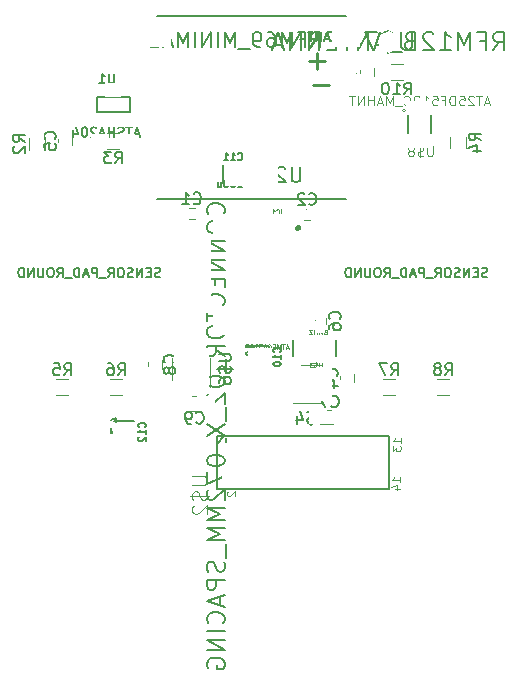
<source format=gbo>
G04 #@! TF.FileFunction,Legend,Bot*
%FSLAX46Y46*%
G04 Gerber Fmt 4.6, Leading zero omitted, Abs format (unit mm)*
G04 Created by KiCad (PCBNEW 4.0.6) date 04/01/17 23:07:48*
%MOMM*%
%LPD*%
G01*
G04 APERTURE LIST*
%ADD10C,0.100000*%
%ADD11C,0.508000*%
%ADD12C,0.120000*%
%ADD13C,0.203200*%
%ADD14C,0.127000*%
%ADD15C,0.063500*%
%ADD16C,0.025400*%
%ADD17C,0.150000*%
%ADD18C,0.101600*%
%ADD19C,0.050800*%
%ADD20C,0.076200*%
%ADD21C,0.152400*%
%ADD22C,0.279400*%
%ADD23R,1.670000X0.933400*%
%ADD24R,0.933400X1.670000*%
%ADD25R,1.000000X0.900000*%
%ADD26R,1.150000X1.600000*%
%ADD27R,0.900000X1.000000*%
%ADD28R,1.600000X1.150000*%
%ADD29R,1.997660X1.799540*%
%ADD30R,1.799540X1.997660*%
%ADD31R,1.300000X1.600000*%
%ADD32R,1.600000X1.300000*%
%ADD33C,1.705560*%
%ADD34R,1.098500X2.099260*%
%ADD35R,1.460000X1.050000*%
%ADD36R,1.050000X1.460000*%
%ADD37C,1.822400*%
%ADD38R,0.648920X1.197560*%
%ADD39R,1.398220X1.299160*%
%ADD40R,2.398980X1.670000*%
G04 APERTURE END LIST*
D10*
D11*
X152309921Y-101612000D02*
G75*
G03X152309921Y-101612000I-35921J0D01*
G01*
D12*
X143032000Y-99948000D02*
X143532000Y-99948000D01*
X143532000Y-100888000D02*
X143032000Y-100888000D01*
X152786000Y-99999000D02*
X153286000Y-99999000D01*
X153286000Y-100939000D02*
X152786000Y-100939000D01*
X157516000Y-88053600D02*
X157516000Y-88753600D01*
X158716000Y-88753600D02*
X158716000Y-88053600D01*
X155864000Y-113958000D02*
X155864000Y-114658000D01*
X157064000Y-114658000D02*
X157064000Y-113958000D01*
X131988000Y-93892000D02*
X131988000Y-94592000D01*
X133188000Y-94592000D02*
X133188000Y-93892000D01*
X154648000Y-109232000D02*
X154648000Y-109732000D01*
X153708000Y-109732000D02*
X153708000Y-109232000D01*
X155290000Y-117010000D02*
X154590000Y-117010000D01*
X154590000Y-118210000D02*
X155290000Y-118210000D01*
X140809000Y-113519000D02*
X140809000Y-112819000D01*
X139609000Y-112819000D02*
X139609000Y-113519000D01*
X143161000Y-117071000D02*
X143861000Y-117071000D01*
X143861000Y-115871000D02*
X143161000Y-115871000D01*
D13*
X149860000Y-111641000D02*
X148336000Y-111641000D01*
X145923000Y-96274000D02*
X145923000Y-97798000D01*
X138430000Y-117991000D02*
X136906000Y-117991000D01*
D12*
X130855000Y-94996000D02*
X130855000Y-93996000D01*
X129495000Y-93996000D02*
X129495000Y-94996000D01*
X137152000Y-93562000D02*
X136152000Y-93562000D01*
X136152000Y-94922000D02*
X137152000Y-94922000D01*
X165182000Y-93869000D02*
X165182000Y-94869000D01*
X166542000Y-94869000D02*
X166542000Y-93869000D01*
X131834000Y-115750000D02*
X132834000Y-115750000D01*
X132834000Y-114390000D02*
X131834000Y-114390000D01*
X136406000Y-115750000D02*
X137406000Y-115750000D01*
X137406000Y-114390000D02*
X136406000Y-114390000D01*
X159520000Y-115750000D02*
X160520000Y-115750000D01*
X160520000Y-114390000D02*
X159520000Y-114390000D01*
X164092000Y-115750000D02*
X165092000Y-115750000D01*
X165092000Y-114390000D02*
X164092000Y-114390000D01*
X161156000Y-87723600D02*
X160156000Y-87723600D01*
X160156000Y-89083600D02*
X161156000Y-89083600D01*
D14*
X145391000Y-119230000D02*
X145391000Y-123675000D01*
X145391000Y-123675000D02*
X159996000Y-123675000D01*
X159996000Y-123675000D02*
X159996000Y-119230000D01*
X159996000Y-119230000D02*
X145391000Y-119230000D01*
X146026000Y-119230000D02*
X145391000Y-119865000D01*
X145391000Y-119865000D02*
X145391000Y-119230000D01*
X145391000Y-119230000D02*
X146026000Y-119230000D01*
D13*
X155468320Y-112415700D02*
X155468320Y-111120300D01*
X151871680Y-111120300D02*
X151871680Y-112415700D01*
D12*
X152516000Y-113206000D02*
X154316000Y-113206000D01*
X154316000Y-116426000D02*
X151866000Y-116426000D01*
X141646000Y-114446000D02*
X141646000Y-112646000D01*
X144866000Y-112646000D02*
X144866000Y-115096000D01*
D14*
X161562780Y-94347200D02*
X163559220Y-94347200D01*
X163559220Y-94347200D02*
X163559220Y-91350000D01*
X163559220Y-91350000D02*
X161562780Y-91350000D01*
X161562780Y-91350000D02*
X161562780Y-94347200D01*
D15*
X161403152Y-91649720D02*
G75*
G03X161403152Y-91649720I-140092J0D01*
G01*
D13*
X135252460Y-91780740D02*
X138038840Y-91780740D01*
X138038840Y-91780740D02*
X138038840Y-90559000D01*
X138038840Y-90559000D02*
X135252460Y-90559000D01*
X135252460Y-90559000D02*
X135252460Y-91780740D01*
D14*
X140337540Y-83703540D02*
X156334460Y-83703540D01*
X156334460Y-99192460D02*
X140337540Y-99192460D01*
D16*
X150892724Y-100449648D02*
X150892724Y-100043248D01*
X150466972Y-100410943D02*
X150486324Y-100430295D01*
X150544381Y-100449648D01*
X150583086Y-100449648D01*
X150641143Y-100430295D01*
X150679848Y-100391590D01*
X150699200Y-100352886D01*
X150718552Y-100275476D01*
X150718552Y-100217419D01*
X150699200Y-100140010D01*
X150679848Y-100101305D01*
X150641143Y-100062600D01*
X150583086Y-100043248D01*
X150544381Y-100043248D01*
X150486324Y-100062600D01*
X150466972Y-100081952D01*
X150079924Y-100449648D02*
X150312152Y-100449648D01*
X150196038Y-100449648D02*
X150196038Y-100043248D01*
X150234743Y-100101305D01*
X150273448Y-100140010D01*
X150312152Y-100159362D01*
X151486600Y-111763533D02*
X151293077Y-111763533D01*
X151525305Y-111879648D02*
X151389839Y-111473248D01*
X151254372Y-111879648D01*
X151176962Y-111473248D02*
X150944734Y-111473248D01*
X151060848Y-111879648D02*
X151060848Y-111473248D01*
X150809267Y-111879648D02*
X150809267Y-111473248D01*
X150673800Y-111763533D01*
X150538334Y-111473248D01*
X150538334Y-111879648D01*
X150344810Y-111666771D02*
X150209343Y-111666771D01*
X150151286Y-111879648D02*
X150344810Y-111879648D01*
X150344810Y-111473248D01*
X150151286Y-111473248D01*
X149764239Y-111492600D02*
X149802944Y-111473248D01*
X149861001Y-111473248D01*
X149919058Y-111492600D01*
X149957763Y-111531305D01*
X149977115Y-111570010D01*
X149996467Y-111647419D01*
X149996467Y-111705476D01*
X149977115Y-111782886D01*
X149957763Y-111821590D01*
X149919058Y-111860295D01*
X149861001Y-111879648D01*
X149822296Y-111879648D01*
X149764239Y-111860295D01*
X149744887Y-111840943D01*
X149744887Y-111705476D01*
X149822296Y-111705476D01*
X149590067Y-111763533D02*
X149396544Y-111763533D01*
X149628772Y-111879648D02*
X149493306Y-111473248D01*
X149357839Y-111879648D01*
X149261077Y-111473248D02*
X149009496Y-111473248D01*
X149144963Y-111628067D01*
X149086905Y-111628067D01*
X149048201Y-111647419D01*
X149028848Y-111666771D01*
X149009496Y-111705476D01*
X149009496Y-111802238D01*
X149028848Y-111840943D01*
X149048201Y-111860295D01*
X149086905Y-111879648D01*
X149203020Y-111879648D01*
X149241724Y-111860295D01*
X149261077Y-111840943D01*
X148854676Y-111511952D02*
X148835324Y-111492600D01*
X148796619Y-111473248D01*
X148699857Y-111473248D01*
X148661153Y-111492600D01*
X148641800Y-111511952D01*
X148622448Y-111550657D01*
X148622448Y-111589362D01*
X148641800Y-111647419D01*
X148874029Y-111879648D01*
X148622448Y-111879648D01*
X148390219Y-111647419D02*
X148428924Y-111628067D01*
X148448276Y-111608714D01*
X148467628Y-111570010D01*
X148467628Y-111550657D01*
X148448276Y-111511952D01*
X148428924Y-111492600D01*
X148390219Y-111473248D01*
X148312809Y-111473248D01*
X148274105Y-111492600D01*
X148254752Y-111511952D01*
X148235400Y-111550657D01*
X148235400Y-111570010D01*
X148254752Y-111608714D01*
X148274105Y-111628067D01*
X148312809Y-111647419D01*
X148390219Y-111647419D01*
X148428924Y-111666771D01*
X148448276Y-111686124D01*
X148467628Y-111724829D01*
X148467628Y-111802238D01*
X148448276Y-111840943D01*
X148428924Y-111860295D01*
X148390219Y-111879648D01*
X148312809Y-111879648D01*
X148274105Y-111860295D01*
X148254752Y-111840943D01*
X148235400Y-111802238D01*
X148235400Y-111724829D01*
X148254752Y-111686124D01*
X148274105Y-111666771D01*
X148312809Y-111647419D01*
X148061228Y-111879648D02*
X148061228Y-111473248D01*
X147906409Y-111473248D01*
X147867704Y-111492600D01*
X147848352Y-111511952D01*
X147829000Y-111550657D01*
X147829000Y-111608714D01*
X147848352Y-111647419D01*
X147867704Y-111666771D01*
X147906409Y-111686124D01*
X148061228Y-111686124D01*
D17*
X143448666Y-99505143D02*
X143496285Y-99552762D01*
X143639142Y-99600381D01*
X143734380Y-99600381D01*
X143877238Y-99552762D01*
X143972476Y-99457524D01*
X144020095Y-99362286D01*
X144067714Y-99171810D01*
X144067714Y-99028952D01*
X144020095Y-98838476D01*
X143972476Y-98743238D01*
X143877238Y-98648000D01*
X143734380Y-98600381D01*
X143639142Y-98600381D01*
X143496285Y-98648000D01*
X143448666Y-98695619D01*
X142496285Y-99600381D02*
X143067714Y-99600381D01*
X142782000Y-99600381D02*
X142782000Y-98600381D01*
X142877238Y-98743238D01*
X142972476Y-98838476D01*
X143067714Y-98886095D01*
X153202666Y-99556143D02*
X153250285Y-99603762D01*
X153393142Y-99651381D01*
X153488380Y-99651381D01*
X153631238Y-99603762D01*
X153726476Y-99508524D01*
X153774095Y-99413286D01*
X153821714Y-99222810D01*
X153821714Y-99079952D01*
X153774095Y-98889476D01*
X153726476Y-98794238D01*
X153631238Y-98699000D01*
X153488380Y-98651381D01*
X153393142Y-98651381D01*
X153250285Y-98699000D01*
X153202666Y-98746619D01*
X152821714Y-98746619D02*
X152774095Y-98699000D01*
X152678857Y-98651381D01*
X152440761Y-98651381D01*
X152345523Y-98699000D01*
X152297904Y-98746619D01*
X152250285Y-98841857D01*
X152250285Y-98937095D01*
X152297904Y-99079952D01*
X152869333Y-99651381D01*
X152250285Y-99651381D01*
X157223143Y-88236934D02*
X157270762Y-88189315D01*
X157318381Y-88046458D01*
X157318381Y-87951220D01*
X157270762Y-87808362D01*
X157175524Y-87713124D01*
X157080286Y-87665505D01*
X156889810Y-87617886D01*
X156746952Y-87617886D01*
X156556476Y-87665505D01*
X156461238Y-87713124D01*
X156366000Y-87808362D01*
X156318381Y-87951220D01*
X156318381Y-88046458D01*
X156366000Y-88189315D01*
X156413619Y-88236934D01*
X156318381Y-88570267D02*
X156318381Y-89189315D01*
X156699333Y-88855981D01*
X156699333Y-88998839D01*
X156746952Y-89094077D01*
X156794571Y-89141696D01*
X156889810Y-89189315D01*
X157127905Y-89189315D01*
X157223143Y-89141696D01*
X157270762Y-89094077D01*
X157318381Y-88998839D01*
X157318381Y-88713124D01*
X157270762Y-88617886D01*
X157223143Y-88570267D01*
X155571143Y-114141334D02*
X155618762Y-114093715D01*
X155666381Y-113950858D01*
X155666381Y-113855620D01*
X155618762Y-113712762D01*
X155523524Y-113617524D01*
X155428286Y-113569905D01*
X155237810Y-113522286D01*
X155094952Y-113522286D01*
X154904476Y-113569905D01*
X154809238Y-113617524D01*
X154714000Y-113712762D01*
X154666381Y-113855620D01*
X154666381Y-113950858D01*
X154714000Y-114093715D01*
X154761619Y-114141334D01*
X154999714Y-114998477D02*
X155666381Y-114998477D01*
X154618762Y-114760381D02*
X155333048Y-114522286D01*
X155333048Y-115141334D01*
X131695143Y-94075334D02*
X131742762Y-94027715D01*
X131790381Y-93884858D01*
X131790381Y-93789620D01*
X131742762Y-93646762D01*
X131647524Y-93551524D01*
X131552286Y-93503905D01*
X131361810Y-93456286D01*
X131218952Y-93456286D01*
X131028476Y-93503905D01*
X130933238Y-93551524D01*
X130838000Y-93646762D01*
X130790381Y-93789620D01*
X130790381Y-93884858D01*
X130838000Y-94027715D01*
X130885619Y-94075334D01*
X130790381Y-94980096D02*
X130790381Y-94503905D01*
X131266571Y-94456286D01*
X131218952Y-94503905D01*
X131171333Y-94599143D01*
X131171333Y-94837239D01*
X131218952Y-94932477D01*
X131266571Y-94980096D01*
X131361810Y-95027715D01*
X131599905Y-95027715D01*
X131695143Y-94980096D01*
X131742762Y-94932477D01*
X131790381Y-94837239D01*
X131790381Y-94599143D01*
X131742762Y-94503905D01*
X131695143Y-94456286D01*
X155805143Y-109315334D02*
X155852762Y-109267715D01*
X155900381Y-109124858D01*
X155900381Y-109029620D01*
X155852762Y-108886762D01*
X155757524Y-108791524D01*
X155662286Y-108743905D01*
X155471810Y-108696286D01*
X155328952Y-108696286D01*
X155138476Y-108743905D01*
X155043238Y-108791524D01*
X154948000Y-108886762D01*
X154900381Y-109029620D01*
X154900381Y-109124858D01*
X154948000Y-109267715D01*
X154995619Y-109315334D01*
X154900381Y-110172477D02*
X154900381Y-109982000D01*
X154948000Y-109886762D01*
X154995619Y-109839143D01*
X155138476Y-109743905D01*
X155328952Y-109696286D01*
X155709905Y-109696286D01*
X155805143Y-109743905D01*
X155852762Y-109791524D01*
X155900381Y-109886762D01*
X155900381Y-110077239D01*
X155852762Y-110172477D01*
X155805143Y-110220096D01*
X155709905Y-110267715D01*
X155471810Y-110267715D01*
X155376571Y-110220096D01*
X155328952Y-110172477D01*
X155281333Y-110077239D01*
X155281333Y-109886762D01*
X155328952Y-109791524D01*
X155376571Y-109743905D01*
X155471810Y-109696286D01*
X155106666Y-116717143D02*
X155154285Y-116764762D01*
X155297142Y-116812381D01*
X155392380Y-116812381D01*
X155535238Y-116764762D01*
X155630476Y-116669524D01*
X155678095Y-116574286D01*
X155725714Y-116383810D01*
X155725714Y-116240952D01*
X155678095Y-116050476D01*
X155630476Y-115955238D01*
X155535238Y-115860000D01*
X155392380Y-115812381D01*
X155297142Y-115812381D01*
X155154285Y-115860000D01*
X155106666Y-115907619D01*
X154773333Y-115812381D02*
X154106666Y-115812381D01*
X154535238Y-116812381D01*
X141816143Y-113002334D02*
X141863762Y-112954715D01*
X141911381Y-112811858D01*
X141911381Y-112716620D01*
X141863762Y-112573762D01*
X141768524Y-112478524D01*
X141673286Y-112430905D01*
X141482810Y-112383286D01*
X141339952Y-112383286D01*
X141149476Y-112430905D01*
X141054238Y-112478524D01*
X140959000Y-112573762D01*
X140911381Y-112716620D01*
X140911381Y-112811858D01*
X140959000Y-112954715D01*
X141006619Y-113002334D01*
X141339952Y-113573762D02*
X141292333Y-113478524D01*
X141244714Y-113430905D01*
X141149476Y-113383286D01*
X141101857Y-113383286D01*
X141006619Y-113430905D01*
X140959000Y-113478524D01*
X140911381Y-113573762D01*
X140911381Y-113764239D01*
X140959000Y-113859477D01*
X141006619Y-113907096D01*
X141101857Y-113954715D01*
X141149476Y-113954715D01*
X141244714Y-113907096D01*
X141292333Y-113859477D01*
X141339952Y-113764239D01*
X141339952Y-113573762D01*
X141387571Y-113478524D01*
X141435190Y-113430905D01*
X141530429Y-113383286D01*
X141720905Y-113383286D01*
X141816143Y-113430905D01*
X141863762Y-113478524D01*
X141911381Y-113573762D01*
X141911381Y-113764239D01*
X141863762Y-113859477D01*
X141816143Y-113907096D01*
X141720905Y-113954715D01*
X141530429Y-113954715D01*
X141435190Y-113907096D01*
X141387571Y-113859477D01*
X141339952Y-113764239D01*
X143677666Y-118078143D02*
X143725285Y-118125762D01*
X143868142Y-118173381D01*
X143963380Y-118173381D01*
X144106238Y-118125762D01*
X144201476Y-118030524D01*
X144249095Y-117935286D01*
X144296714Y-117744810D01*
X144296714Y-117601952D01*
X144249095Y-117411476D01*
X144201476Y-117316238D01*
X144106238Y-117221000D01*
X143963380Y-117173381D01*
X143868142Y-117173381D01*
X143725285Y-117221000D01*
X143677666Y-117268619D01*
X143201476Y-118173381D02*
X143011000Y-118173381D01*
X142915761Y-118125762D01*
X142868142Y-118078143D01*
X142772904Y-117935286D01*
X142725285Y-117744810D01*
X142725285Y-117363857D01*
X142772904Y-117268619D01*
X142820523Y-117221000D01*
X142915761Y-117173381D01*
X143106238Y-117173381D01*
X143201476Y-117221000D01*
X143249095Y-117268619D01*
X143296714Y-117363857D01*
X143296714Y-117601952D01*
X143249095Y-117697190D01*
X143201476Y-117744810D01*
X143106238Y-117792429D01*
X142915761Y-117792429D01*
X142820523Y-117744810D01*
X142772904Y-117697190D01*
X142725285Y-117601952D01*
D14*
X150763514Y-112138115D02*
X150792543Y-112109086D01*
X150821571Y-112022000D01*
X150821571Y-111963943D01*
X150792543Y-111876858D01*
X150734486Y-111818800D01*
X150676429Y-111789772D01*
X150560314Y-111760743D01*
X150473229Y-111760743D01*
X150357114Y-111789772D01*
X150299057Y-111818800D01*
X150241000Y-111876858D01*
X150211971Y-111963943D01*
X150211971Y-112022000D01*
X150241000Y-112109086D01*
X150270029Y-112138115D01*
X150821571Y-112718686D02*
X150821571Y-112370343D01*
X150821571Y-112544515D02*
X150211971Y-112544515D01*
X150299057Y-112486458D01*
X150357114Y-112428400D01*
X150386143Y-112370343D01*
X150211971Y-113096057D02*
X150211971Y-113154114D01*
X150241000Y-113212171D01*
X150270029Y-113241200D01*
X150328086Y-113270229D01*
X150444200Y-113299257D01*
X150589343Y-113299257D01*
X150705457Y-113270229D01*
X150763514Y-113241200D01*
X150792543Y-113212171D01*
X150821571Y-113154114D01*
X150821571Y-113096057D01*
X150792543Y-113038000D01*
X150763514Y-113008971D01*
X150705457Y-112979943D01*
X150589343Y-112950914D01*
X150444200Y-112950914D01*
X150328086Y-112979943D01*
X150270029Y-113008971D01*
X150241000Y-113038000D01*
X150211971Y-113096057D01*
X148535571Y-111833315D02*
X148535571Y-111484972D01*
X148535571Y-111659144D02*
X147925971Y-111659144D01*
X148013057Y-111601087D01*
X148071114Y-111543029D01*
X148100143Y-111484972D01*
X147925971Y-112210686D02*
X147925971Y-112268743D01*
X147955000Y-112326800D01*
X147984029Y-112355829D01*
X148042086Y-112384858D01*
X148158200Y-112413886D01*
X148303343Y-112413886D01*
X148419457Y-112384858D01*
X148477514Y-112355829D01*
X148506543Y-112326800D01*
X148535571Y-112268743D01*
X148535571Y-112210686D01*
X148506543Y-112152629D01*
X148477514Y-112123600D01*
X148419457Y-112094572D01*
X148303343Y-112065543D01*
X148158200Y-112065543D01*
X148042086Y-112094572D01*
X147984029Y-112123600D01*
X147955000Y-112152629D01*
X147925971Y-112210686D01*
X148129171Y-112936400D02*
X148535571Y-112936400D01*
X148129171Y-112675143D02*
X148448486Y-112675143D01*
X148506543Y-112704171D01*
X148535571Y-112762229D01*
X148535571Y-112849314D01*
X148506543Y-112907371D01*
X148477514Y-112936400D01*
X147203885Y-95805914D02*
X147232914Y-95834943D01*
X147320000Y-95863971D01*
X147378057Y-95863971D01*
X147465142Y-95834943D01*
X147523200Y-95776886D01*
X147552228Y-95718829D01*
X147581257Y-95602714D01*
X147581257Y-95515629D01*
X147552228Y-95399514D01*
X147523200Y-95341457D01*
X147465142Y-95283400D01*
X147378057Y-95254371D01*
X147320000Y-95254371D01*
X147232914Y-95283400D01*
X147203885Y-95312429D01*
X146623314Y-95863971D02*
X146971657Y-95863971D01*
X146797485Y-95863971D02*
X146797485Y-95254371D01*
X146855542Y-95341457D01*
X146913600Y-95399514D01*
X146971657Y-95428543D01*
X146042743Y-95863971D02*
X146391086Y-95863971D01*
X146216914Y-95863971D02*
X146216914Y-95254371D01*
X146274971Y-95341457D01*
X146333029Y-95399514D01*
X146391086Y-95428543D01*
X147189371Y-98149971D02*
X147537714Y-98149971D01*
X147363542Y-98149971D02*
X147363542Y-97540371D01*
X147421599Y-97627457D01*
X147479657Y-97685514D01*
X147537714Y-97714543D01*
X146812000Y-97540371D02*
X146753943Y-97540371D01*
X146695886Y-97569400D01*
X146666857Y-97598429D01*
X146637828Y-97656486D01*
X146608800Y-97772600D01*
X146608800Y-97917743D01*
X146637828Y-98033857D01*
X146666857Y-98091914D01*
X146695886Y-98120943D01*
X146753943Y-98149971D01*
X146812000Y-98149971D01*
X146870057Y-98120943D01*
X146899086Y-98091914D01*
X146928114Y-98033857D01*
X146957143Y-97917743D01*
X146957143Y-97772600D01*
X146928114Y-97656486D01*
X146899086Y-97598429D01*
X146870057Y-97569400D01*
X146812000Y-97540371D01*
X146231429Y-97540371D02*
X146173372Y-97540371D01*
X146115315Y-97569400D01*
X146086286Y-97598429D01*
X146057257Y-97656486D01*
X146028229Y-97772600D01*
X146028229Y-97917743D01*
X146057257Y-98033857D01*
X146086286Y-98091914D01*
X146115315Y-98120943D01*
X146173372Y-98149971D01*
X146231429Y-98149971D01*
X146289486Y-98120943D01*
X146318515Y-98091914D01*
X146347543Y-98033857D01*
X146376572Y-97917743D01*
X146376572Y-97772600D01*
X146347543Y-97656486D01*
X146318515Y-97598429D01*
X146289486Y-97569400D01*
X146231429Y-97540371D01*
X145505715Y-97743571D02*
X145505715Y-98149971D01*
X145766972Y-97743571D02*
X145766972Y-98062886D01*
X145737944Y-98120943D01*
X145679886Y-98149971D01*
X145592801Y-98149971D01*
X145534744Y-98120943D01*
X145505715Y-98091914D01*
X139333514Y-118488115D02*
X139362543Y-118459086D01*
X139391571Y-118372000D01*
X139391571Y-118313943D01*
X139362543Y-118226858D01*
X139304486Y-118168800D01*
X139246429Y-118139772D01*
X139130314Y-118110743D01*
X139043229Y-118110743D01*
X138927114Y-118139772D01*
X138869057Y-118168800D01*
X138811000Y-118226858D01*
X138781971Y-118313943D01*
X138781971Y-118372000D01*
X138811000Y-118459086D01*
X138840029Y-118488115D01*
X139391571Y-119068686D02*
X139391571Y-118720343D01*
X139391571Y-118894515D02*
X138781971Y-118894515D01*
X138869057Y-118836458D01*
X138927114Y-118778400D01*
X138956143Y-118720343D01*
X138840029Y-119300914D02*
X138811000Y-119329943D01*
X138781971Y-119388000D01*
X138781971Y-119533143D01*
X138811000Y-119591200D01*
X138840029Y-119620229D01*
X138898086Y-119649257D01*
X138956143Y-119649257D01*
X139043229Y-119620229D01*
X139391571Y-119271886D01*
X139391571Y-119649257D01*
X136699171Y-117980115D02*
X137105571Y-117980115D01*
X136466943Y-117834972D02*
X136902371Y-117689829D01*
X136902371Y-118067201D01*
X137047514Y-118299429D02*
X137076543Y-118328457D01*
X137105571Y-118299429D01*
X137076543Y-118270400D01*
X137047514Y-118299429D01*
X137105571Y-118299429D01*
X136495971Y-118531658D02*
X136495971Y-118938058D01*
X137105571Y-118676801D01*
X136699171Y-119431543D02*
X137105571Y-119431543D01*
X136699171Y-119170286D02*
X137018486Y-119170286D01*
X137076543Y-119199314D01*
X137105571Y-119257372D01*
X137105571Y-119344457D01*
X137076543Y-119402514D01*
X137047514Y-119431543D01*
D17*
X129177381Y-94329334D02*
X128701190Y-93996000D01*
X129177381Y-93757905D02*
X128177381Y-93757905D01*
X128177381Y-94138858D01*
X128225000Y-94234096D01*
X128272619Y-94281715D01*
X128367857Y-94329334D01*
X128510714Y-94329334D01*
X128605952Y-94281715D01*
X128653571Y-94234096D01*
X128701190Y-94138858D01*
X128701190Y-93757905D01*
X128272619Y-94710286D02*
X128225000Y-94757905D01*
X128177381Y-94853143D01*
X128177381Y-95091239D01*
X128225000Y-95186477D01*
X128272619Y-95234096D01*
X128367857Y-95281715D01*
X128463095Y-95281715D01*
X128605952Y-95234096D01*
X129177381Y-94662667D01*
X129177381Y-95281715D01*
X136818666Y-96144381D02*
X137152000Y-95668190D01*
X137390095Y-96144381D02*
X137390095Y-95144381D01*
X137009142Y-95144381D01*
X136913904Y-95192000D01*
X136866285Y-95239619D01*
X136818666Y-95334857D01*
X136818666Y-95477714D01*
X136866285Y-95572952D01*
X136913904Y-95620571D01*
X137009142Y-95668190D01*
X137390095Y-95668190D01*
X136485333Y-95144381D02*
X135866285Y-95144381D01*
X136199619Y-95525333D01*
X136056761Y-95525333D01*
X135961523Y-95572952D01*
X135913904Y-95620571D01*
X135866285Y-95715810D01*
X135866285Y-95953905D01*
X135913904Y-96049143D01*
X135961523Y-96096762D01*
X136056761Y-96144381D01*
X136342476Y-96144381D01*
X136437714Y-96096762D01*
X136485333Y-96049143D01*
X167764381Y-94202334D02*
X167288190Y-93869000D01*
X167764381Y-93630905D02*
X166764381Y-93630905D01*
X166764381Y-94011858D01*
X166812000Y-94107096D01*
X166859619Y-94154715D01*
X166954857Y-94202334D01*
X167097714Y-94202334D01*
X167192952Y-94154715D01*
X167240571Y-94107096D01*
X167288190Y-94011858D01*
X167288190Y-93630905D01*
X167097714Y-95059477D02*
X167764381Y-95059477D01*
X166716762Y-94821381D02*
X167431048Y-94583286D01*
X167431048Y-95202334D01*
X132500666Y-114072381D02*
X132834000Y-113596190D01*
X133072095Y-114072381D02*
X133072095Y-113072381D01*
X132691142Y-113072381D01*
X132595904Y-113120000D01*
X132548285Y-113167619D01*
X132500666Y-113262857D01*
X132500666Y-113405714D01*
X132548285Y-113500952D01*
X132595904Y-113548571D01*
X132691142Y-113596190D01*
X133072095Y-113596190D01*
X131595904Y-113072381D02*
X132072095Y-113072381D01*
X132119714Y-113548571D01*
X132072095Y-113500952D01*
X131976857Y-113453333D01*
X131738761Y-113453333D01*
X131643523Y-113500952D01*
X131595904Y-113548571D01*
X131548285Y-113643810D01*
X131548285Y-113881905D01*
X131595904Y-113977143D01*
X131643523Y-114024762D01*
X131738761Y-114072381D01*
X131976857Y-114072381D01*
X132072095Y-114024762D01*
X132119714Y-113977143D01*
X137072666Y-114072381D02*
X137406000Y-113596190D01*
X137644095Y-114072381D02*
X137644095Y-113072381D01*
X137263142Y-113072381D01*
X137167904Y-113120000D01*
X137120285Y-113167619D01*
X137072666Y-113262857D01*
X137072666Y-113405714D01*
X137120285Y-113500952D01*
X137167904Y-113548571D01*
X137263142Y-113596190D01*
X137644095Y-113596190D01*
X136215523Y-113072381D02*
X136406000Y-113072381D01*
X136501238Y-113120000D01*
X136548857Y-113167619D01*
X136644095Y-113310476D01*
X136691714Y-113500952D01*
X136691714Y-113881905D01*
X136644095Y-113977143D01*
X136596476Y-114024762D01*
X136501238Y-114072381D01*
X136310761Y-114072381D01*
X136215523Y-114024762D01*
X136167904Y-113977143D01*
X136120285Y-113881905D01*
X136120285Y-113643810D01*
X136167904Y-113548571D01*
X136215523Y-113500952D01*
X136310761Y-113453333D01*
X136501238Y-113453333D01*
X136596476Y-113500952D01*
X136644095Y-113548571D01*
X136691714Y-113643810D01*
X160186666Y-114072381D02*
X160520000Y-113596190D01*
X160758095Y-114072381D02*
X160758095Y-113072381D01*
X160377142Y-113072381D01*
X160281904Y-113120000D01*
X160234285Y-113167619D01*
X160186666Y-113262857D01*
X160186666Y-113405714D01*
X160234285Y-113500952D01*
X160281904Y-113548571D01*
X160377142Y-113596190D01*
X160758095Y-113596190D01*
X159853333Y-113072381D02*
X159186666Y-113072381D01*
X159615238Y-114072381D01*
X164758666Y-114072381D02*
X165092000Y-113596190D01*
X165330095Y-114072381D02*
X165330095Y-113072381D01*
X164949142Y-113072381D01*
X164853904Y-113120000D01*
X164806285Y-113167619D01*
X164758666Y-113262857D01*
X164758666Y-113405714D01*
X164806285Y-113500952D01*
X164853904Y-113548571D01*
X164949142Y-113596190D01*
X165330095Y-113596190D01*
X164187238Y-113500952D02*
X164282476Y-113453333D01*
X164330095Y-113405714D01*
X164377714Y-113310476D01*
X164377714Y-113262857D01*
X164330095Y-113167619D01*
X164282476Y-113120000D01*
X164187238Y-113072381D01*
X163996761Y-113072381D01*
X163901523Y-113120000D01*
X163853904Y-113167619D01*
X163806285Y-113262857D01*
X163806285Y-113310476D01*
X163853904Y-113405714D01*
X163901523Y-113453333D01*
X163996761Y-113500952D01*
X164187238Y-113500952D01*
X164282476Y-113548571D01*
X164330095Y-113596190D01*
X164377714Y-113691429D01*
X164377714Y-113881905D01*
X164330095Y-113977143D01*
X164282476Y-114024762D01*
X164187238Y-114072381D01*
X163996761Y-114072381D01*
X163901523Y-114024762D01*
X163853904Y-113977143D01*
X163806285Y-113881905D01*
X163806285Y-113691429D01*
X163853904Y-113596190D01*
X163901523Y-113548571D01*
X163996761Y-113500952D01*
X161298857Y-90305981D02*
X161632191Y-89829790D01*
X161870286Y-90305981D02*
X161870286Y-89305981D01*
X161489333Y-89305981D01*
X161394095Y-89353600D01*
X161346476Y-89401219D01*
X161298857Y-89496457D01*
X161298857Y-89639314D01*
X161346476Y-89734552D01*
X161394095Y-89782171D01*
X161489333Y-89829790D01*
X161870286Y-89829790D01*
X160346476Y-90305981D02*
X160917905Y-90305981D01*
X160632191Y-90305981D02*
X160632191Y-89305981D01*
X160727429Y-89448838D01*
X160822667Y-89544076D01*
X160917905Y-89591695D01*
X159727429Y-89305981D02*
X159632190Y-89305981D01*
X159536952Y-89353600D01*
X159489333Y-89401219D01*
X159441714Y-89496457D01*
X159394095Y-89686933D01*
X159394095Y-89925029D01*
X159441714Y-90115505D01*
X159489333Y-90210743D01*
X159536952Y-90258362D01*
X159632190Y-90305981D01*
X159727429Y-90305981D01*
X159822667Y-90258362D01*
X159870286Y-90210743D01*
X159917905Y-90115505D01*
X159965524Y-89925029D01*
X159965524Y-89686933D01*
X159917905Y-89496457D01*
X159870286Y-89401219D01*
X159822667Y-89353600D01*
X159727429Y-89305981D01*
D18*
X143331544Y-122641099D02*
X144359639Y-122641099D01*
X144480591Y-122701575D01*
X144541068Y-122762051D01*
X144601544Y-122883004D01*
X144601544Y-123124908D01*
X144541068Y-123245861D01*
X144480591Y-123306337D01*
X144359639Y-123366813D01*
X143331544Y-123366813D01*
X144541068Y-123911099D02*
X144601544Y-124092527D01*
X144601544Y-124394908D01*
X144541068Y-124515861D01*
X144480591Y-124576337D01*
X144359639Y-124636813D01*
X144238687Y-124636813D01*
X144117734Y-124576337D01*
X144057258Y-124515861D01*
X143996782Y-124394908D01*
X143936306Y-124153004D01*
X143875830Y-124032051D01*
X143815353Y-123971575D01*
X143694401Y-123911099D01*
X143573449Y-123911099D01*
X143452496Y-123971575D01*
X143392020Y-124032051D01*
X143331544Y-124153004D01*
X143331544Y-124455384D01*
X143392020Y-124636813D01*
X143150115Y-124273956D02*
X144782972Y-124273956D01*
X143452496Y-125120623D02*
X143392020Y-125181099D01*
X143331544Y-125302051D01*
X143331544Y-125604432D01*
X143392020Y-125725385D01*
X143452496Y-125785861D01*
X143573449Y-125846337D01*
X143694401Y-125846337D01*
X143875830Y-125785861D01*
X144601544Y-125060147D01*
X144601544Y-125846337D01*
D17*
X145935286Y-100470285D02*
X146007857Y-100397714D01*
X146080429Y-100180000D01*
X146080429Y-100034857D01*
X146007857Y-99817142D01*
X145862714Y-99672000D01*
X145717571Y-99599428D01*
X145427286Y-99526857D01*
X145209571Y-99526857D01*
X144919286Y-99599428D01*
X144774143Y-99672000D01*
X144629000Y-99817142D01*
X144556429Y-100034857D01*
X144556429Y-100180000D01*
X144629000Y-100397714D01*
X144701571Y-100470285D01*
X144556429Y-101413714D02*
X144556429Y-101704000D01*
X144629000Y-101849142D01*
X144774143Y-101994285D01*
X145064429Y-102066857D01*
X145572429Y-102066857D01*
X145862714Y-101994285D01*
X146007857Y-101849142D01*
X146080429Y-101704000D01*
X146080429Y-101413714D01*
X146007857Y-101268571D01*
X145862714Y-101123428D01*
X145572429Y-101050857D01*
X145064429Y-101050857D01*
X144774143Y-101123428D01*
X144629000Y-101268571D01*
X144556429Y-101413714D01*
X146080429Y-102719999D02*
X144556429Y-102719999D01*
X146080429Y-103590856D01*
X144556429Y-103590856D01*
X146080429Y-104316570D02*
X144556429Y-104316570D01*
X146080429Y-105187427D01*
X144556429Y-105187427D01*
X145282143Y-105913141D02*
X145282143Y-106421141D01*
X146080429Y-106638855D02*
X146080429Y-105913141D01*
X144556429Y-105913141D01*
X144556429Y-106638855D01*
X145935286Y-108162855D02*
X146007857Y-108090284D01*
X146080429Y-107872570D01*
X146080429Y-107727427D01*
X146007857Y-107509712D01*
X145862714Y-107364570D01*
X145717571Y-107291998D01*
X145427286Y-107219427D01*
X145209571Y-107219427D01*
X144919286Y-107291998D01*
X144774143Y-107364570D01*
X144629000Y-107509712D01*
X144556429Y-107727427D01*
X144556429Y-107872570D01*
X144629000Y-108090284D01*
X144701571Y-108162855D01*
X144556429Y-108598284D02*
X144556429Y-109469141D01*
X146080429Y-109033712D02*
X144556429Y-109033712D01*
X144556429Y-110267427D02*
X144556429Y-110557713D01*
X144629000Y-110702855D01*
X144774143Y-110847998D01*
X145064429Y-110920570D01*
X145572429Y-110920570D01*
X145862714Y-110847998D01*
X146007857Y-110702855D01*
X146080429Y-110557713D01*
X146080429Y-110267427D01*
X146007857Y-110122284D01*
X145862714Y-109977141D01*
X145572429Y-109904570D01*
X145064429Y-109904570D01*
X144774143Y-109977141D01*
X144629000Y-110122284D01*
X144556429Y-110267427D01*
X146080429Y-112444569D02*
X145354714Y-111936569D01*
X146080429Y-111573712D02*
X144556429Y-111573712D01*
X144556429Y-112154284D01*
X144629000Y-112299426D01*
X144701571Y-112371998D01*
X144846714Y-112444569D01*
X145064429Y-112444569D01*
X145209571Y-112371998D01*
X145282143Y-112299426D01*
X145354714Y-112154284D01*
X145354714Y-111573712D01*
X146225571Y-112734855D02*
X146225571Y-113895998D01*
X144556429Y-114549141D02*
X144556429Y-114694284D01*
X144629000Y-114839427D01*
X144701571Y-114911998D01*
X144846714Y-114984569D01*
X145137000Y-115057141D01*
X145499857Y-115057141D01*
X145790143Y-114984569D01*
X145935286Y-114911998D01*
X146007857Y-114839427D01*
X146080429Y-114694284D01*
X146080429Y-114549141D01*
X146007857Y-114403998D01*
X145935286Y-114331427D01*
X145790143Y-114258855D01*
X145499857Y-114186284D01*
X145137000Y-114186284D01*
X144846714Y-114258855D01*
X144701571Y-114331427D01*
X144629000Y-114403998D01*
X144556429Y-114549141D01*
X144701571Y-115637713D02*
X144629000Y-115710284D01*
X144556429Y-115855427D01*
X144556429Y-116218284D01*
X144629000Y-116363427D01*
X144701571Y-116435998D01*
X144846714Y-116508570D01*
X144991857Y-116508570D01*
X145209571Y-116435998D01*
X146080429Y-115565141D01*
X146080429Y-116508570D01*
X146225571Y-116798856D02*
X146225571Y-117959999D01*
X144556429Y-118177713D02*
X146080429Y-119193713D01*
X144556429Y-119193713D02*
X146080429Y-118177713D01*
X146225571Y-119411428D02*
X146225571Y-120572571D01*
X144556429Y-121225714D02*
X144556429Y-121370857D01*
X144629000Y-121516000D01*
X144701571Y-121588571D01*
X144846714Y-121661142D01*
X145137000Y-121733714D01*
X145499857Y-121733714D01*
X145790143Y-121661142D01*
X145935286Y-121588571D01*
X146007857Y-121516000D01*
X146080429Y-121370857D01*
X146080429Y-121225714D01*
X146007857Y-121080571D01*
X145935286Y-121008000D01*
X145790143Y-120935428D01*
X145499857Y-120862857D01*
X145137000Y-120862857D01*
X144846714Y-120935428D01*
X144701571Y-121008000D01*
X144629000Y-121080571D01*
X144556429Y-121225714D01*
X144556429Y-122241714D02*
X144556429Y-123257714D01*
X146080429Y-122604571D01*
X144701571Y-123765715D02*
X144629000Y-123838286D01*
X144556429Y-123983429D01*
X144556429Y-124346286D01*
X144629000Y-124491429D01*
X144701571Y-124564000D01*
X144846714Y-124636572D01*
X144991857Y-124636572D01*
X145209571Y-124564000D01*
X146080429Y-123693143D01*
X146080429Y-124636572D01*
X146080429Y-125289715D02*
X144556429Y-125289715D01*
X145645000Y-125797715D01*
X144556429Y-126305715D01*
X146080429Y-126305715D01*
X146080429Y-127031429D02*
X144556429Y-127031429D01*
X145645000Y-127539429D01*
X144556429Y-128047429D01*
X146080429Y-128047429D01*
X146225571Y-128410286D02*
X146225571Y-129571429D01*
X146007857Y-129861715D02*
X146080429Y-130079429D01*
X146080429Y-130442286D01*
X146007857Y-130587429D01*
X145935286Y-130660000D01*
X145790143Y-130732572D01*
X145645000Y-130732572D01*
X145499857Y-130660000D01*
X145427286Y-130587429D01*
X145354714Y-130442286D01*
X145282143Y-130152000D01*
X145209571Y-130006858D01*
X145137000Y-129934286D01*
X144991857Y-129861715D01*
X144846714Y-129861715D01*
X144701571Y-129934286D01*
X144629000Y-130006858D01*
X144556429Y-130152000D01*
X144556429Y-130514858D01*
X144629000Y-130732572D01*
X146080429Y-131385715D02*
X144556429Y-131385715D01*
X144556429Y-131966287D01*
X144629000Y-132111429D01*
X144701571Y-132184001D01*
X144846714Y-132256572D01*
X145064429Y-132256572D01*
X145209571Y-132184001D01*
X145282143Y-132111429D01*
X145354714Y-131966287D01*
X145354714Y-131385715D01*
X145645000Y-132837144D02*
X145645000Y-133562858D01*
X146080429Y-132692001D02*
X144556429Y-133200001D01*
X146080429Y-133708001D01*
X145935286Y-135086858D02*
X146007857Y-135014287D01*
X146080429Y-134796573D01*
X146080429Y-134651430D01*
X146007857Y-134433715D01*
X145862714Y-134288573D01*
X145717571Y-134216001D01*
X145427286Y-134143430D01*
X145209571Y-134143430D01*
X144919286Y-134216001D01*
X144774143Y-134288573D01*
X144629000Y-134433715D01*
X144556429Y-134651430D01*
X144556429Y-134796573D01*
X144629000Y-135014287D01*
X144701571Y-135086858D01*
X146080429Y-135740001D02*
X144556429Y-135740001D01*
X146080429Y-136465715D02*
X144556429Y-136465715D01*
X146080429Y-137336572D01*
X144556429Y-137336572D01*
X144629000Y-138860572D02*
X144556429Y-138715429D01*
X144556429Y-138497715D01*
X144629000Y-138280000D01*
X144774143Y-138134858D01*
X144919286Y-138062286D01*
X145209571Y-137989715D01*
X145427286Y-137989715D01*
X145717571Y-138062286D01*
X145862714Y-138134858D01*
X146007857Y-138280000D01*
X146080429Y-138497715D01*
X146080429Y-138642858D01*
X146007857Y-138860572D01*
X145935286Y-138933143D01*
X145427286Y-138933143D01*
X145427286Y-138642858D01*
D19*
X146329772Y-123930089D02*
X146296510Y-123963351D01*
X146263248Y-124029874D01*
X146263248Y-124196184D01*
X146296510Y-124262708D01*
X146329772Y-124295970D01*
X146396296Y-124329231D01*
X146462820Y-124329231D01*
X146562605Y-124295970D01*
X146961748Y-123896827D01*
X146961748Y-124329231D01*
X160931748Y-123135552D02*
X160931748Y-122736410D01*
X160931748Y-122935981D02*
X160233248Y-122935981D01*
X160333034Y-122869457D01*
X160399558Y-122802933D01*
X160432820Y-122736410D01*
X160466081Y-123734267D02*
X160931748Y-123734267D01*
X160199986Y-123567957D02*
X160698915Y-123401648D01*
X160698915Y-123834052D01*
X160995248Y-119836092D02*
X160995248Y-119436950D01*
X160995248Y-119636521D02*
X160296748Y-119636521D01*
X160396534Y-119569997D01*
X160463058Y-119503473D01*
X160496320Y-119436950D01*
X160296748Y-120068926D02*
X160296748Y-120501330D01*
X160562843Y-120268497D01*
X160562843Y-120368283D01*
X160596105Y-120434807D01*
X160629367Y-120468069D01*
X160695891Y-120501330D01*
X160862200Y-120501330D01*
X160928724Y-120468069D01*
X160961986Y-120434807D01*
X160995248Y-120368283D01*
X160995248Y-120168711D01*
X160961986Y-120102188D01*
X160928724Y-120068926D01*
D16*
X154300162Y-113018648D02*
X154300162Y-113347638D01*
X154280810Y-113386343D01*
X154261457Y-113405695D01*
X154222753Y-113425048D01*
X154145343Y-113425048D01*
X154106638Y-113405695D01*
X154087286Y-113386343D01*
X154067934Y-113347638D01*
X154067934Y-113018648D01*
X153893762Y-113405695D02*
X153835705Y-113425048D01*
X153738943Y-113425048D01*
X153700239Y-113405695D01*
X153680886Y-113386343D01*
X153661534Y-113347638D01*
X153661534Y-113308933D01*
X153680886Y-113270229D01*
X153700239Y-113250876D01*
X153738943Y-113231524D01*
X153816353Y-113212171D01*
X153855058Y-113192819D01*
X153874410Y-113173467D01*
X153893762Y-113134762D01*
X153893762Y-113096057D01*
X153874410Y-113057352D01*
X153855058Y-113038000D01*
X153816353Y-113018648D01*
X153719591Y-113018648D01*
X153661534Y-113038000D01*
X153777648Y-112960590D02*
X153777648Y-113483105D01*
X153526067Y-113018648D02*
X153274486Y-113018648D01*
X153409953Y-113173467D01*
X153351895Y-113173467D01*
X153313191Y-113192819D01*
X153293838Y-113212171D01*
X153274486Y-113250876D01*
X153274486Y-113347638D01*
X153293838Y-113386343D01*
X153313191Y-113405695D01*
X153351895Y-113425048D01*
X153468010Y-113425048D01*
X153506714Y-113405695D01*
X153526067Y-113386343D01*
X154677533Y-110398819D02*
X154716238Y-110379467D01*
X154735590Y-110360114D01*
X154754942Y-110321410D01*
X154754942Y-110302057D01*
X154735590Y-110263352D01*
X154716238Y-110244000D01*
X154677533Y-110224648D01*
X154600123Y-110224648D01*
X154561419Y-110244000D01*
X154542066Y-110263352D01*
X154522714Y-110302057D01*
X154522714Y-110321410D01*
X154542066Y-110360114D01*
X154561419Y-110379467D01*
X154600123Y-110398819D01*
X154677533Y-110398819D01*
X154716238Y-110418171D01*
X154735590Y-110437524D01*
X154754942Y-110476229D01*
X154754942Y-110553638D01*
X154735590Y-110592343D01*
X154716238Y-110611695D01*
X154677533Y-110631048D01*
X154600123Y-110631048D01*
X154561419Y-110611695D01*
X154542066Y-110592343D01*
X154522714Y-110553638D01*
X154522714Y-110476229D01*
X154542066Y-110437524D01*
X154561419Y-110418171D01*
X154600123Y-110398819D01*
X154348542Y-110631048D02*
X154348542Y-110224648D01*
X154213075Y-110514933D01*
X154077609Y-110224648D01*
X154077609Y-110631048D01*
X153884085Y-110631048D02*
X153884085Y-110224648D01*
X153884085Y-110418171D02*
X153651857Y-110418171D01*
X153651857Y-110631048D02*
X153651857Y-110224648D01*
X153497038Y-110224648D02*
X153226105Y-110224648D01*
X153497038Y-110631048D01*
X153226105Y-110631048D01*
D17*
X154654095Y-117168381D02*
X154654095Y-117977905D01*
X154606476Y-118073143D01*
X154558857Y-118120762D01*
X154463619Y-118168381D01*
X154273142Y-118168381D01*
X154177904Y-118120762D01*
X154130285Y-118073143D01*
X154082666Y-117977905D01*
X154082666Y-117168381D01*
X153654095Y-118120762D02*
X153511238Y-118168381D01*
X153273142Y-118168381D01*
X153177904Y-118120762D01*
X153130285Y-118073143D01*
X153082666Y-117977905D01*
X153082666Y-117882667D01*
X153130285Y-117787429D01*
X153177904Y-117739810D01*
X153273142Y-117692190D01*
X153463619Y-117644571D01*
X153558857Y-117596952D01*
X153606476Y-117549333D01*
X153654095Y-117454095D01*
X153654095Y-117358857D01*
X153606476Y-117263619D01*
X153558857Y-117216000D01*
X153463619Y-117168381D01*
X153225523Y-117168381D01*
X153082666Y-117216000D01*
X153368381Y-117025524D02*
X153368381Y-118311238D01*
X152225523Y-117501714D02*
X152225523Y-118168381D01*
X152463619Y-117120762D02*
X152701714Y-117835048D01*
X152082666Y-117835048D01*
X145608381Y-112307905D02*
X146417905Y-112307905D01*
X146513143Y-112355524D01*
X146560762Y-112403143D01*
X146608381Y-112498381D01*
X146608381Y-112688858D01*
X146560762Y-112784096D01*
X146513143Y-112831715D01*
X146417905Y-112879334D01*
X145608381Y-112879334D01*
X146560762Y-113307905D02*
X146608381Y-113450762D01*
X146608381Y-113688858D01*
X146560762Y-113784096D01*
X146513143Y-113831715D01*
X146417905Y-113879334D01*
X146322667Y-113879334D01*
X146227429Y-113831715D01*
X146179810Y-113784096D01*
X146132190Y-113688858D01*
X146084571Y-113498381D01*
X146036952Y-113403143D01*
X145989333Y-113355524D01*
X145894095Y-113307905D01*
X145798857Y-113307905D01*
X145703619Y-113355524D01*
X145656000Y-113403143D01*
X145608381Y-113498381D01*
X145608381Y-113736477D01*
X145656000Y-113879334D01*
X145465524Y-113593619D02*
X146751238Y-113593619D01*
X145608381Y-114736477D02*
X145608381Y-114546000D01*
X145656000Y-114450762D01*
X145703619Y-114403143D01*
X145846476Y-114307905D01*
X146036952Y-114260286D01*
X146417905Y-114260286D01*
X146513143Y-114307905D01*
X146560762Y-114355524D01*
X146608381Y-114450762D01*
X146608381Y-114641239D01*
X146560762Y-114736477D01*
X146513143Y-114784096D01*
X146417905Y-114831715D01*
X146179810Y-114831715D01*
X146084571Y-114784096D01*
X146036952Y-114736477D01*
X145989333Y-114641239D01*
X145989333Y-114450762D01*
X146036952Y-114355524D01*
X146084571Y-114307905D01*
X146179810Y-114260286D01*
X161907857Y-85029029D02*
X161907857Y-86262743D01*
X161835285Y-86407886D01*
X161762714Y-86480457D01*
X161617571Y-86553029D01*
X161327285Y-86553029D01*
X161182143Y-86480457D01*
X161109571Y-86407886D01*
X161037000Y-86262743D01*
X161037000Y-85029029D01*
X160383857Y-86480457D02*
X160166143Y-86553029D01*
X159803286Y-86553029D01*
X159658143Y-86480457D01*
X159585572Y-86407886D01*
X159513000Y-86262743D01*
X159513000Y-86117600D01*
X159585572Y-85972457D01*
X159658143Y-85899886D01*
X159803286Y-85827314D01*
X160093572Y-85754743D01*
X160238714Y-85682171D01*
X160311286Y-85609600D01*
X160383857Y-85464457D01*
X160383857Y-85319314D01*
X160311286Y-85174171D01*
X160238714Y-85101600D01*
X160093572Y-85029029D01*
X159730714Y-85029029D01*
X159513000Y-85101600D01*
X159948429Y-84811314D02*
X159948429Y-86770743D01*
X159005000Y-85029029D02*
X157989000Y-85029029D01*
X158642143Y-86553029D01*
X168838429Y-86553029D02*
X169346429Y-85827314D01*
X169709286Y-86553029D02*
X169709286Y-85029029D01*
X169128714Y-85029029D01*
X168983572Y-85101600D01*
X168911000Y-85174171D01*
X168838429Y-85319314D01*
X168838429Y-85537029D01*
X168911000Y-85682171D01*
X168983572Y-85754743D01*
X169128714Y-85827314D01*
X169709286Y-85827314D01*
X167677286Y-85754743D02*
X168185286Y-85754743D01*
X168185286Y-86553029D02*
X168185286Y-85029029D01*
X167459572Y-85029029D01*
X166879000Y-86553029D02*
X166879000Y-85029029D01*
X166371000Y-86117600D01*
X165863000Y-85029029D01*
X165863000Y-86553029D01*
X164339000Y-86553029D02*
X165209857Y-86553029D01*
X164774429Y-86553029D02*
X164774429Y-85029029D01*
X164919572Y-85246743D01*
X165064714Y-85391886D01*
X165209857Y-85464457D01*
X163758428Y-85174171D02*
X163685857Y-85101600D01*
X163540714Y-85029029D01*
X163177857Y-85029029D01*
X163032714Y-85101600D01*
X162960143Y-85174171D01*
X162887571Y-85319314D01*
X162887571Y-85464457D01*
X162960143Y-85682171D01*
X163831000Y-86553029D01*
X162887571Y-86553029D01*
X161726428Y-85754743D02*
X161508714Y-85827314D01*
X161436142Y-85899886D01*
X161363571Y-86045029D01*
X161363571Y-86262743D01*
X161436142Y-86407886D01*
X161508714Y-86480457D01*
X161653856Y-86553029D01*
X162234428Y-86553029D01*
X162234428Y-85029029D01*
X161726428Y-85029029D01*
X161581285Y-85101600D01*
X161508714Y-85174171D01*
X161436142Y-85319314D01*
X161436142Y-85464457D01*
X161508714Y-85609600D01*
X161581285Y-85682171D01*
X161726428Y-85754743D01*
X162234428Y-85754743D01*
X161073285Y-86698171D02*
X159912142Y-86698171D01*
X159621856Y-86117600D02*
X158896142Y-86117600D01*
X159766999Y-86553029D02*
X159258999Y-85029029D01*
X158750999Y-86553029D01*
X158242999Y-86553029D02*
X158242999Y-85029029D01*
X157372142Y-86553029D01*
X157372142Y-85029029D01*
X156864142Y-85029029D02*
X155993285Y-85029029D01*
X156428714Y-86553029D02*
X156428714Y-85029029D01*
X155485285Y-85754743D02*
X154977285Y-85754743D01*
X154759571Y-86553029D02*
X155485285Y-86553029D01*
X155485285Y-85029029D01*
X154759571Y-85029029D01*
X154106428Y-86553029D02*
X154106428Y-85029029D01*
X153235571Y-86553029D01*
X153235571Y-85029029D01*
X152509857Y-86553029D02*
X152509857Y-85029029D01*
X151639000Y-86553029D01*
X151639000Y-85029029D01*
X150985857Y-86117600D02*
X150260143Y-86117600D01*
X151131000Y-86553029D02*
X150623000Y-85029029D01*
X150115000Y-86553029D01*
D20*
X163694323Y-94714895D02*
X163694323Y-95372876D01*
X163655618Y-95450286D01*
X163616914Y-95488990D01*
X163539504Y-95527695D01*
X163384685Y-95527695D01*
X163307276Y-95488990D01*
X163268571Y-95450286D01*
X163229866Y-95372876D01*
X163229866Y-94714895D01*
X162881523Y-95488990D02*
X162765409Y-95527695D01*
X162571885Y-95527695D01*
X162494475Y-95488990D01*
X162455771Y-95450286D01*
X162417066Y-95372876D01*
X162417066Y-95295467D01*
X162455771Y-95218057D01*
X162494475Y-95179352D01*
X162571885Y-95140648D01*
X162726704Y-95101943D01*
X162804113Y-95063238D01*
X162842818Y-95024533D01*
X162881523Y-94947124D01*
X162881523Y-94869714D01*
X162842818Y-94792305D01*
X162804113Y-94753600D01*
X162726704Y-94714895D01*
X162533180Y-94714895D01*
X162417066Y-94753600D01*
X162649294Y-94598781D02*
X162649294Y-95643810D01*
X161952609Y-95063238D02*
X162030018Y-95024533D01*
X162068723Y-94985829D01*
X162107428Y-94908419D01*
X162107428Y-94869714D01*
X162068723Y-94792305D01*
X162030018Y-94753600D01*
X161952609Y-94714895D01*
X161797790Y-94714895D01*
X161720380Y-94753600D01*
X161681676Y-94792305D01*
X161642971Y-94869714D01*
X161642971Y-94908419D01*
X161681676Y-94985829D01*
X161720380Y-95024533D01*
X161797790Y-95063238D01*
X161952609Y-95063238D01*
X162030018Y-95101943D01*
X162068723Y-95140648D01*
X162107428Y-95218057D01*
X162107428Y-95372876D01*
X162068723Y-95450286D01*
X162030018Y-95488990D01*
X161952609Y-95527695D01*
X161797790Y-95527695D01*
X161720380Y-95488990D01*
X161681676Y-95450286D01*
X161642971Y-95372876D01*
X161642971Y-95218057D01*
X161681676Y-95140648D01*
X161720380Y-95101943D01*
X161797790Y-95063238D01*
X168482223Y-90992707D02*
X168095175Y-90992707D01*
X168559632Y-91224935D02*
X168288699Y-90412135D01*
X168017766Y-91224935D01*
X167862946Y-90412135D02*
X167398489Y-90412135D01*
X167630718Y-91224935D02*
X167630718Y-90412135D01*
X167166261Y-90489545D02*
X167127556Y-90450840D01*
X167050147Y-90412135D01*
X166856623Y-90412135D01*
X166779213Y-90450840D01*
X166740509Y-90489545D01*
X166701804Y-90566954D01*
X166701804Y-90644364D01*
X166740509Y-90760478D01*
X167204966Y-91224935D01*
X166701804Y-91224935D01*
X165966414Y-90412135D02*
X166353461Y-90412135D01*
X166392166Y-90799183D01*
X166353461Y-90760478D01*
X166276052Y-90721773D01*
X166082528Y-90721773D01*
X166005118Y-90760478D01*
X165966414Y-90799183D01*
X165927709Y-90876592D01*
X165927709Y-91070116D01*
X165966414Y-91147526D01*
X166005118Y-91186230D01*
X166082528Y-91224935D01*
X166276052Y-91224935D01*
X166353461Y-91186230D01*
X166392166Y-91147526D01*
X165579366Y-91224935D02*
X165579366Y-90412135D01*
X165385842Y-90412135D01*
X165269728Y-90450840D01*
X165192319Y-90528250D01*
X165153614Y-90605659D01*
X165114909Y-90760478D01*
X165114909Y-90876592D01*
X165153614Y-91031411D01*
X165192319Y-91108821D01*
X165269728Y-91186230D01*
X165385842Y-91224935D01*
X165579366Y-91224935D01*
X164495633Y-90799183D02*
X164766566Y-90799183D01*
X164766566Y-91224935D02*
X164766566Y-90412135D01*
X164379519Y-90412135D01*
X163682833Y-90412135D02*
X164069880Y-90412135D01*
X164108585Y-90799183D01*
X164069880Y-90760478D01*
X163992471Y-90721773D01*
X163798947Y-90721773D01*
X163721537Y-90760478D01*
X163682833Y-90799183D01*
X163644128Y-90876592D01*
X163644128Y-91070116D01*
X163682833Y-91147526D01*
X163721537Y-91186230D01*
X163798947Y-91224935D01*
X163992471Y-91224935D01*
X164069880Y-91186230D01*
X164108585Y-91147526D01*
X162870033Y-91224935D02*
X163334490Y-91224935D01*
X163102261Y-91224935D02*
X163102261Y-90412135D01*
X163179671Y-90528250D01*
X163257080Y-90605659D01*
X163334490Y-90644364D01*
X162560395Y-90489545D02*
X162521690Y-90450840D01*
X162444281Y-90412135D01*
X162250757Y-90412135D01*
X162173347Y-90450840D01*
X162134643Y-90489545D01*
X162095938Y-90566954D01*
X162095938Y-90644364D01*
X162134643Y-90760478D01*
X162599100Y-91224935D01*
X162095938Y-91224935D01*
X161283138Y-91147526D02*
X161321843Y-91186230D01*
X161437957Y-91224935D01*
X161515367Y-91224935D01*
X161631481Y-91186230D01*
X161708890Y-91108821D01*
X161747595Y-91031411D01*
X161786300Y-90876592D01*
X161786300Y-90760478D01*
X161747595Y-90605659D01*
X161708890Y-90528250D01*
X161631481Y-90450840D01*
X161515367Y-90412135D01*
X161437957Y-90412135D01*
X161321843Y-90450840D01*
X161283138Y-90489545D01*
X161128319Y-91302345D02*
X160509043Y-91302345D01*
X160315519Y-91224935D02*
X160315519Y-90412135D01*
X160044586Y-90992707D01*
X159773653Y-90412135D01*
X159773653Y-91224935D01*
X159425310Y-90992707D02*
X159038262Y-90992707D01*
X159502719Y-91224935D02*
X159231786Y-90412135D01*
X158960853Y-91224935D01*
X158689919Y-91224935D02*
X158689919Y-90412135D01*
X158689919Y-90799183D02*
X158225462Y-90799183D01*
X158225462Y-91224935D02*
X158225462Y-90412135D01*
X157838414Y-91224935D02*
X157838414Y-90412135D01*
X157373957Y-91224935D01*
X157373957Y-90412135D01*
X157103023Y-90412135D02*
X156638566Y-90412135D01*
X156870795Y-91224935D02*
X156870795Y-90412135D01*
D14*
X136753116Y-88541635D02*
X136753116Y-89199616D01*
X136714411Y-89277026D01*
X136675707Y-89315730D01*
X136598297Y-89354435D01*
X136443478Y-89354435D01*
X136366069Y-89315730D01*
X136327364Y-89277026D01*
X136288659Y-89199616D01*
X136288659Y-88541635D01*
X135475859Y-89354435D02*
X135940316Y-89354435D01*
X135708087Y-89354435D02*
X135708087Y-88541635D01*
X135785497Y-88657750D01*
X135862906Y-88735159D01*
X135940316Y-88773864D01*
X138852970Y-93661187D02*
X138465922Y-93661187D01*
X138930379Y-93893415D02*
X138659446Y-93080615D01*
X138388513Y-93893415D01*
X138233693Y-93080615D02*
X137769236Y-93080615D01*
X138001465Y-93893415D02*
X138001465Y-93080615D01*
X137537008Y-93854710D02*
X137420894Y-93893415D01*
X137227370Y-93893415D01*
X137149960Y-93854710D01*
X137111256Y-93816006D01*
X137072551Y-93738596D01*
X137072551Y-93661187D01*
X137111256Y-93583777D01*
X137149960Y-93545072D01*
X137227370Y-93506368D01*
X137382189Y-93467663D01*
X137459598Y-93428958D01*
X137498303Y-93390253D01*
X137537008Y-93312844D01*
X137537008Y-93235434D01*
X137498303Y-93158025D01*
X137459598Y-93119320D01*
X137382189Y-93080615D01*
X137188665Y-93080615D01*
X137072551Y-93119320D01*
X136724208Y-93893415D02*
X136724208Y-93080615D01*
X136724208Y-93467663D02*
X136259751Y-93467663D01*
X136259751Y-93893415D02*
X136259751Y-93080615D01*
X135911408Y-93661187D02*
X135524360Y-93661187D01*
X135988817Y-93893415D02*
X135717884Y-93080615D01*
X135446951Y-93893415D01*
X135214722Y-93158025D02*
X135176017Y-93119320D01*
X135098608Y-93080615D01*
X134905084Y-93080615D01*
X134827674Y-93119320D01*
X134788970Y-93158025D01*
X134750265Y-93235434D01*
X134750265Y-93312844D01*
X134788970Y-93428958D01*
X135253427Y-93893415D01*
X134750265Y-93893415D01*
X134247103Y-93080615D02*
X134169694Y-93080615D01*
X134092284Y-93119320D01*
X134053579Y-93158025D01*
X134014875Y-93235434D01*
X133976170Y-93390253D01*
X133976170Y-93583777D01*
X134014875Y-93738596D01*
X134053579Y-93816006D01*
X134092284Y-93854710D01*
X134169694Y-93893415D01*
X134247103Y-93893415D01*
X134324513Y-93854710D01*
X134363217Y-93816006D01*
X134401922Y-93738596D01*
X134440627Y-93583777D01*
X134440627Y-93390253D01*
X134401922Y-93235434D01*
X134363217Y-93158025D01*
X134324513Y-93119320D01*
X134247103Y-93080615D01*
X133279484Y-93351549D02*
X133279484Y-93893415D01*
X133473008Y-93041910D02*
X133666532Y-93622482D01*
X133163370Y-93622482D01*
X132892437Y-93661187D02*
X132505389Y-93661187D01*
X132969846Y-93893415D02*
X132698913Y-93080615D01*
X132427980Y-93893415D01*
D13*
X152478619Y-96467524D02*
X152478619Y-97495619D01*
X152418143Y-97616571D01*
X152357667Y-97677048D01*
X152236714Y-97737524D01*
X151994810Y-97737524D01*
X151873857Y-97677048D01*
X151813381Y-97616571D01*
X151752905Y-97495619D01*
X151752905Y-96467524D01*
X151208619Y-96588476D02*
X151148143Y-96528000D01*
X151027191Y-96467524D01*
X150724810Y-96467524D01*
X150603857Y-96528000D01*
X150543381Y-96588476D01*
X150482905Y-96709429D01*
X150482905Y-96830381D01*
X150543381Y-97011810D01*
X151269095Y-97737524D01*
X150482905Y-97737524D01*
X153416000Y-86307524D02*
X153839333Y-85702762D01*
X154141714Y-86307524D02*
X154141714Y-85037524D01*
X153657905Y-85037524D01*
X153536952Y-85098000D01*
X153476476Y-85158476D01*
X153416000Y-85279429D01*
X153416000Y-85460857D01*
X153476476Y-85581810D01*
X153536952Y-85642286D01*
X153657905Y-85702762D01*
X154141714Y-85702762D01*
X152448381Y-85642286D02*
X152871714Y-85642286D01*
X152871714Y-86307524D02*
X152871714Y-85037524D01*
X152266952Y-85037524D01*
X151783143Y-86307524D02*
X151783143Y-85037524D01*
X151359810Y-85944667D01*
X150936476Y-85037524D01*
X150936476Y-86307524D01*
X149787428Y-85037524D02*
X150029333Y-85037524D01*
X150150285Y-85098000D01*
X150210762Y-85158476D01*
X150331714Y-85339905D01*
X150392190Y-85581810D01*
X150392190Y-86065619D01*
X150331714Y-86186571D01*
X150271238Y-86247048D01*
X150150285Y-86307524D01*
X149908381Y-86307524D01*
X149787428Y-86247048D01*
X149726952Y-86186571D01*
X149666476Y-86065619D01*
X149666476Y-85763238D01*
X149726952Y-85642286D01*
X149787428Y-85581810D01*
X149908381Y-85521333D01*
X150150285Y-85521333D01*
X150271238Y-85581810D01*
X150331714Y-85642286D01*
X150392190Y-85763238D01*
X149061714Y-86307524D02*
X148819809Y-86307524D01*
X148698857Y-86247048D01*
X148638381Y-86186571D01*
X148517428Y-86005143D01*
X148456952Y-85763238D01*
X148456952Y-85279429D01*
X148517428Y-85158476D01*
X148577904Y-85098000D01*
X148698857Y-85037524D01*
X148940761Y-85037524D01*
X149061714Y-85098000D01*
X149122190Y-85158476D01*
X149182666Y-85279429D01*
X149182666Y-85581810D01*
X149122190Y-85702762D01*
X149061714Y-85763238D01*
X148940761Y-85823714D01*
X148698857Y-85823714D01*
X148577904Y-85763238D01*
X148517428Y-85702762D01*
X148456952Y-85581810D01*
X148215047Y-86428476D02*
X147247428Y-86428476D01*
X146945047Y-86307524D02*
X146945047Y-85037524D01*
X146521714Y-85944667D01*
X146098380Y-85037524D01*
X146098380Y-86307524D01*
X145493618Y-86307524D02*
X145493618Y-85037524D01*
X144888856Y-86307524D02*
X144888856Y-85037524D01*
X144163142Y-86307524D01*
X144163142Y-85037524D01*
X143558380Y-86307524D02*
X143558380Y-85037524D01*
X142953618Y-86307524D02*
X142953618Y-85037524D01*
X142530285Y-85944667D01*
X142106951Y-85037524D01*
X142106951Y-86307524D01*
X141562665Y-85944667D02*
X140957903Y-85944667D01*
X141683618Y-86307524D02*
X141260284Y-85037524D01*
X140836951Y-86307524D01*
X139808856Y-86307524D02*
X140413618Y-86307524D01*
X140413618Y-85037524D01*
D21*
X154947257Y-85606000D02*
X154584400Y-85606000D01*
X155019829Y-85823714D02*
X154765829Y-85061714D01*
X154511829Y-85823714D01*
X154257828Y-85823714D02*
X154257828Y-85061714D01*
X153822400Y-85823714D01*
X153822400Y-85061714D01*
X153568400Y-85061714D02*
X153132971Y-85061714D01*
X153350685Y-85823714D02*
X153350685Y-85061714D01*
D22*
X154575933Y-87511000D02*
X153221266Y-87511000D01*
X153898599Y-88188333D02*
X153898599Y-86833667D01*
X154956933Y-89543000D02*
X153602266Y-89543000D01*
D17*
X140639047Y-105733810D02*
X140524761Y-105771905D01*
X140334285Y-105771905D01*
X140258095Y-105733810D01*
X140219999Y-105695714D01*
X140181904Y-105619524D01*
X140181904Y-105543333D01*
X140219999Y-105467143D01*
X140258095Y-105429048D01*
X140334285Y-105390952D01*
X140486666Y-105352857D01*
X140562857Y-105314762D01*
X140600952Y-105276667D01*
X140639047Y-105200476D01*
X140639047Y-105124286D01*
X140600952Y-105048095D01*
X140562857Y-105010000D01*
X140486666Y-104971905D01*
X140296190Y-104971905D01*
X140181904Y-105010000D01*
X139839047Y-105352857D02*
X139572380Y-105352857D01*
X139458094Y-105771905D02*
X139839047Y-105771905D01*
X139839047Y-104971905D01*
X139458094Y-104971905D01*
X139115237Y-105771905D02*
X139115237Y-104971905D01*
X138658094Y-105771905D01*
X138658094Y-104971905D01*
X138315237Y-105733810D02*
X138200951Y-105771905D01*
X138010475Y-105771905D01*
X137934285Y-105733810D01*
X137896189Y-105695714D01*
X137858094Y-105619524D01*
X137858094Y-105543333D01*
X137896189Y-105467143D01*
X137934285Y-105429048D01*
X138010475Y-105390952D01*
X138162856Y-105352857D01*
X138239047Y-105314762D01*
X138277142Y-105276667D01*
X138315237Y-105200476D01*
X138315237Y-105124286D01*
X138277142Y-105048095D01*
X138239047Y-105010000D01*
X138162856Y-104971905D01*
X137972380Y-104971905D01*
X137858094Y-105010000D01*
X137362856Y-104971905D02*
X137210475Y-104971905D01*
X137134284Y-105010000D01*
X137058094Y-105086190D01*
X137019999Y-105238571D01*
X137019999Y-105505238D01*
X137058094Y-105657619D01*
X137134284Y-105733810D01*
X137210475Y-105771905D01*
X137362856Y-105771905D01*
X137439046Y-105733810D01*
X137515237Y-105657619D01*
X137553332Y-105505238D01*
X137553332Y-105238571D01*
X137515237Y-105086190D01*
X137439046Y-105010000D01*
X137362856Y-104971905D01*
X136219999Y-105771905D02*
X136486666Y-105390952D01*
X136677142Y-105771905D02*
X136677142Y-104971905D01*
X136372380Y-104971905D01*
X136296189Y-105010000D01*
X136258094Y-105048095D01*
X136219999Y-105124286D01*
X136219999Y-105238571D01*
X136258094Y-105314762D01*
X136296189Y-105352857D01*
X136372380Y-105390952D01*
X136677142Y-105390952D01*
X136067618Y-105848095D02*
X135458094Y-105848095D01*
X135267618Y-105771905D02*
X135267618Y-104971905D01*
X134962856Y-104971905D01*
X134886665Y-105010000D01*
X134848570Y-105048095D01*
X134810475Y-105124286D01*
X134810475Y-105238571D01*
X134848570Y-105314762D01*
X134886665Y-105352857D01*
X134962856Y-105390952D01*
X135267618Y-105390952D01*
X134505713Y-105543333D02*
X134124761Y-105543333D01*
X134581904Y-105771905D02*
X134315237Y-104971905D01*
X134048570Y-105771905D01*
X133781904Y-105771905D02*
X133781904Y-104971905D01*
X133591428Y-104971905D01*
X133477142Y-105010000D01*
X133400951Y-105086190D01*
X133362856Y-105162381D01*
X133324761Y-105314762D01*
X133324761Y-105429048D01*
X133362856Y-105581429D01*
X133400951Y-105657619D01*
X133477142Y-105733810D01*
X133591428Y-105771905D01*
X133781904Y-105771905D01*
X133172380Y-105848095D02*
X132562856Y-105848095D01*
X131915237Y-105771905D02*
X132181904Y-105390952D01*
X132372380Y-105771905D02*
X132372380Y-104971905D01*
X132067618Y-104971905D01*
X131991427Y-105010000D01*
X131953332Y-105048095D01*
X131915237Y-105124286D01*
X131915237Y-105238571D01*
X131953332Y-105314762D01*
X131991427Y-105352857D01*
X132067618Y-105390952D01*
X132372380Y-105390952D01*
X131419999Y-104971905D02*
X131267618Y-104971905D01*
X131191427Y-105010000D01*
X131115237Y-105086190D01*
X131077142Y-105238571D01*
X131077142Y-105505238D01*
X131115237Y-105657619D01*
X131191427Y-105733810D01*
X131267618Y-105771905D01*
X131419999Y-105771905D01*
X131496189Y-105733810D01*
X131572380Y-105657619D01*
X131610475Y-105505238D01*
X131610475Y-105238571D01*
X131572380Y-105086190D01*
X131496189Y-105010000D01*
X131419999Y-104971905D01*
X130734285Y-104971905D02*
X130734285Y-105619524D01*
X130696190Y-105695714D01*
X130658094Y-105733810D01*
X130581904Y-105771905D01*
X130429523Y-105771905D01*
X130353332Y-105733810D01*
X130315237Y-105695714D01*
X130277142Y-105619524D01*
X130277142Y-104971905D01*
X129896190Y-105771905D02*
X129896190Y-104971905D01*
X129439047Y-105771905D01*
X129439047Y-104971905D01*
X129058095Y-105771905D02*
X129058095Y-104971905D01*
X128867619Y-104971905D01*
X128753333Y-105010000D01*
X128677142Y-105086190D01*
X128639047Y-105162381D01*
X128600952Y-105314762D01*
X128600952Y-105429048D01*
X128639047Y-105581429D01*
X128677142Y-105657619D01*
X128753333Y-105733810D01*
X128867619Y-105771905D01*
X129058095Y-105771905D01*
X168325047Y-105733810D02*
X168210761Y-105771905D01*
X168020285Y-105771905D01*
X167944095Y-105733810D01*
X167905999Y-105695714D01*
X167867904Y-105619524D01*
X167867904Y-105543333D01*
X167905999Y-105467143D01*
X167944095Y-105429048D01*
X168020285Y-105390952D01*
X168172666Y-105352857D01*
X168248857Y-105314762D01*
X168286952Y-105276667D01*
X168325047Y-105200476D01*
X168325047Y-105124286D01*
X168286952Y-105048095D01*
X168248857Y-105010000D01*
X168172666Y-104971905D01*
X167982190Y-104971905D01*
X167867904Y-105010000D01*
X167525047Y-105352857D02*
X167258380Y-105352857D01*
X167144094Y-105771905D02*
X167525047Y-105771905D01*
X167525047Y-104971905D01*
X167144094Y-104971905D01*
X166801237Y-105771905D02*
X166801237Y-104971905D01*
X166344094Y-105771905D01*
X166344094Y-104971905D01*
X166001237Y-105733810D02*
X165886951Y-105771905D01*
X165696475Y-105771905D01*
X165620285Y-105733810D01*
X165582189Y-105695714D01*
X165544094Y-105619524D01*
X165544094Y-105543333D01*
X165582189Y-105467143D01*
X165620285Y-105429048D01*
X165696475Y-105390952D01*
X165848856Y-105352857D01*
X165925047Y-105314762D01*
X165963142Y-105276667D01*
X166001237Y-105200476D01*
X166001237Y-105124286D01*
X165963142Y-105048095D01*
X165925047Y-105010000D01*
X165848856Y-104971905D01*
X165658380Y-104971905D01*
X165544094Y-105010000D01*
X165048856Y-104971905D02*
X164896475Y-104971905D01*
X164820284Y-105010000D01*
X164744094Y-105086190D01*
X164705999Y-105238571D01*
X164705999Y-105505238D01*
X164744094Y-105657619D01*
X164820284Y-105733810D01*
X164896475Y-105771905D01*
X165048856Y-105771905D01*
X165125046Y-105733810D01*
X165201237Y-105657619D01*
X165239332Y-105505238D01*
X165239332Y-105238571D01*
X165201237Y-105086190D01*
X165125046Y-105010000D01*
X165048856Y-104971905D01*
X163905999Y-105771905D02*
X164172666Y-105390952D01*
X164363142Y-105771905D02*
X164363142Y-104971905D01*
X164058380Y-104971905D01*
X163982189Y-105010000D01*
X163944094Y-105048095D01*
X163905999Y-105124286D01*
X163905999Y-105238571D01*
X163944094Y-105314762D01*
X163982189Y-105352857D01*
X164058380Y-105390952D01*
X164363142Y-105390952D01*
X163753618Y-105848095D02*
X163144094Y-105848095D01*
X162953618Y-105771905D02*
X162953618Y-104971905D01*
X162648856Y-104971905D01*
X162572665Y-105010000D01*
X162534570Y-105048095D01*
X162496475Y-105124286D01*
X162496475Y-105238571D01*
X162534570Y-105314762D01*
X162572665Y-105352857D01*
X162648856Y-105390952D01*
X162953618Y-105390952D01*
X162191713Y-105543333D02*
X161810761Y-105543333D01*
X162267904Y-105771905D02*
X162001237Y-104971905D01*
X161734570Y-105771905D01*
X161467904Y-105771905D02*
X161467904Y-104971905D01*
X161277428Y-104971905D01*
X161163142Y-105010000D01*
X161086951Y-105086190D01*
X161048856Y-105162381D01*
X161010761Y-105314762D01*
X161010761Y-105429048D01*
X161048856Y-105581429D01*
X161086951Y-105657619D01*
X161163142Y-105733810D01*
X161277428Y-105771905D01*
X161467904Y-105771905D01*
X160858380Y-105848095D02*
X160248856Y-105848095D01*
X159601237Y-105771905D02*
X159867904Y-105390952D01*
X160058380Y-105771905D02*
X160058380Y-104971905D01*
X159753618Y-104971905D01*
X159677427Y-105010000D01*
X159639332Y-105048095D01*
X159601237Y-105124286D01*
X159601237Y-105238571D01*
X159639332Y-105314762D01*
X159677427Y-105352857D01*
X159753618Y-105390952D01*
X160058380Y-105390952D01*
X159105999Y-104971905D02*
X158953618Y-104971905D01*
X158877427Y-105010000D01*
X158801237Y-105086190D01*
X158763142Y-105238571D01*
X158763142Y-105505238D01*
X158801237Y-105657619D01*
X158877427Y-105733810D01*
X158953618Y-105771905D01*
X159105999Y-105771905D01*
X159182189Y-105733810D01*
X159258380Y-105657619D01*
X159296475Y-105505238D01*
X159296475Y-105238571D01*
X159258380Y-105086190D01*
X159182189Y-105010000D01*
X159105999Y-104971905D01*
X158420285Y-104971905D02*
X158420285Y-105619524D01*
X158382190Y-105695714D01*
X158344094Y-105733810D01*
X158267904Y-105771905D01*
X158115523Y-105771905D01*
X158039332Y-105733810D01*
X158001237Y-105695714D01*
X157963142Y-105619524D01*
X157963142Y-104971905D01*
X157582190Y-105771905D02*
X157582190Y-104971905D01*
X157125047Y-105771905D01*
X157125047Y-104971905D01*
X156744095Y-105771905D02*
X156744095Y-104971905D01*
X156553619Y-104971905D01*
X156439333Y-105010000D01*
X156363142Y-105086190D01*
X156325047Y-105162381D01*
X156286952Y-105314762D01*
X156286952Y-105429048D01*
X156325047Y-105581429D01*
X156363142Y-105657619D01*
X156439333Y-105733810D01*
X156553619Y-105771905D01*
X156744095Y-105771905D01*
%LPC*%
D23*
X152629600Y-102749920D03*
X152629600Y-103550020D03*
X152629600Y-104350120D03*
X152629600Y-105150220D03*
X152629600Y-105947780D03*
X152629600Y-106747880D03*
X152629600Y-107547980D03*
X152629600Y-108348080D03*
D24*
X151136080Y-109841600D03*
X150335980Y-109841600D03*
X149535880Y-109841600D03*
X148735780Y-109841600D03*
X147938220Y-109841600D03*
X147138120Y-109841600D03*
X146338020Y-109841600D03*
X145537920Y-109841600D03*
D23*
X144046940Y-108348080D03*
X144046940Y-107547980D03*
X144046940Y-106747880D03*
X144046940Y-105947780D03*
X144046940Y-105150220D03*
X144046940Y-104350120D03*
X144046940Y-103550020D03*
X144046940Y-102749920D03*
D24*
X145537920Y-101258940D03*
X146338020Y-101258940D03*
X147138120Y-101258940D03*
X147938220Y-101258940D03*
X148735780Y-101258940D03*
X149535880Y-101258940D03*
X150335980Y-101258940D03*
X151136080Y-101258940D03*
D25*
X143832000Y-100418000D03*
X142732000Y-100418000D03*
X153586000Y-100469000D03*
X152486000Y-100469000D03*
D26*
X158116000Y-87453600D03*
X158116000Y-89353600D03*
X156464000Y-113358000D03*
X156464000Y-115258000D03*
X132588000Y-93292000D03*
X132588000Y-95192000D03*
D27*
X154178000Y-110032000D03*
X154178000Y-108932000D03*
D28*
X155890000Y-117610000D03*
X153990000Y-117610000D03*
D26*
X140209000Y-114119000D03*
X140209000Y-112219000D03*
D28*
X142561000Y-116471000D03*
X144461000Y-116471000D03*
D29*
X149098000Y-112654460D03*
X149098000Y-115453540D03*
D30*
X146936460Y-97036000D03*
X149735540Y-97036000D03*
D29*
X137668000Y-119004460D03*
X137668000Y-121803540D03*
D31*
X130175000Y-93396000D03*
X130175000Y-95596000D03*
D32*
X135552000Y-94242000D03*
X137752000Y-94242000D03*
D31*
X165862000Y-95469000D03*
X165862000Y-93269000D03*
D32*
X133434000Y-115070000D03*
X131234000Y-115070000D03*
X138006000Y-115070000D03*
X135806000Y-115070000D03*
X161120000Y-115070000D03*
X158920000Y-115070000D03*
X165692000Y-115070000D03*
X163492000Y-115070000D03*
X159556000Y-88403600D03*
X161756000Y-88403600D03*
D33*
X146661000Y-120500000D03*
X146661000Y-122498980D03*
X148659980Y-120500000D03*
X148659980Y-122498980D03*
X150658960Y-120500000D03*
X150658960Y-122498980D03*
X152660480Y-120500000D03*
X152660480Y-122498980D03*
X154659460Y-120500000D03*
X154659460Y-122498980D03*
X156660980Y-120500000D03*
X156660980Y-122498980D03*
X158659960Y-120500000D03*
X158659960Y-122498980D03*
D34*
X152471120Y-111768000D03*
X153670000Y-111768000D03*
X154868880Y-111768000D03*
D35*
X152316000Y-115766000D03*
X152316000Y-114816000D03*
X152316000Y-113866000D03*
X154516000Y-113866000D03*
X154516000Y-115766000D03*
X154516000Y-114816000D03*
D36*
X144206000Y-114646000D03*
X143256000Y-114646000D03*
X142306000Y-114646000D03*
X142306000Y-112446000D03*
X144206000Y-112446000D03*
X143256000Y-112446000D03*
D37*
X160021000Y-85863600D03*
D38*
X161811700Y-91449060D03*
X163310300Y-91449060D03*
X162312080Y-94248140D03*
X162312080Y-91449060D03*
X163310300Y-94248140D03*
X162809920Y-94248140D03*
X161811700Y-94248140D03*
X162809920Y-91449060D03*
D39*
X137650220Y-92491940D03*
X135653780Y-92491940D03*
X136652000Y-89896060D03*
D40*
X156334460Y-85448520D03*
X140337540Y-95445960D03*
X156334460Y-89449020D03*
X140335000Y-85448520D03*
X140337540Y-97447480D03*
X156334460Y-93446980D03*
X156334460Y-97447480D03*
X140335000Y-87544020D03*
X156334460Y-95445960D03*
X156334460Y-87450040D03*
M02*

</source>
